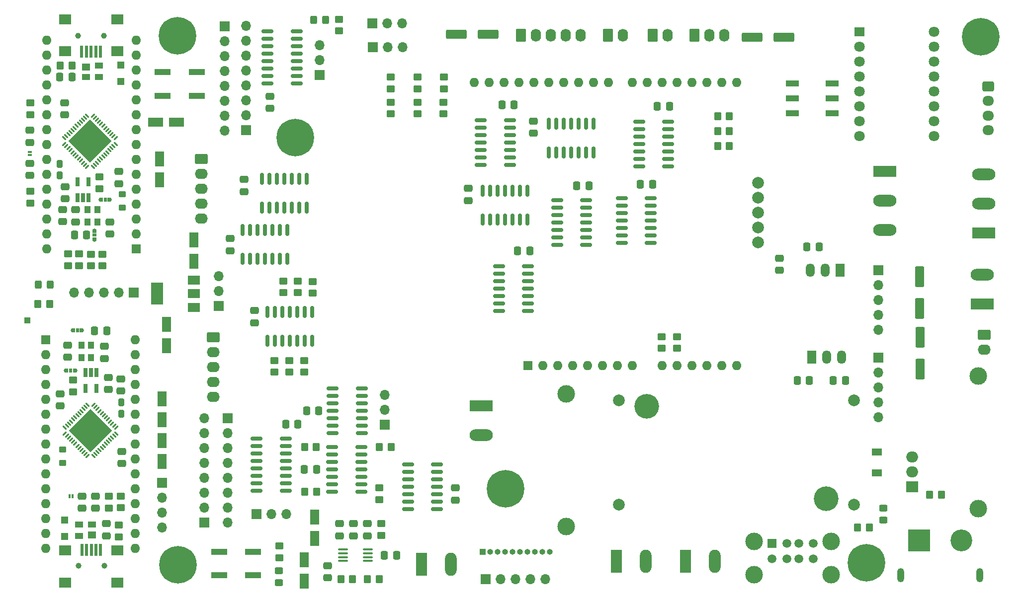
<source format=gbr>
%TF.GenerationSoftware,KiCad,Pcbnew,(6.0.0)*%
%TF.CreationDate,2022-06-20T16:18:32+01:00*%
%TF.ProjectId,RemoteLabs_supervisor_PCB,52656d6f-7465-44c6-9162-735f73757065,rev?*%
%TF.SameCoordinates,Original*%
%TF.FileFunction,Soldermask,Top*%
%TF.FilePolarity,Negative*%
%FSLAX46Y46*%
G04 Gerber Fmt 4.6, Leading zero omitted, Abs format (unit mm)*
G04 Created by KiCad (PCBNEW (6.0.0)) date 2022-06-20 16:18:32*
%MOMM*%
%LPD*%
G01*
G04 APERTURE LIST*
G04 Aperture macros list*
%AMRoundRect*
0 Rectangle with rounded corners*
0 $1 Rounding radius*
0 $2 $3 $4 $5 $6 $7 $8 $9 X,Y pos of 4 corners*
0 Add a 4 corners polygon primitive as box body*
4,1,4,$2,$3,$4,$5,$6,$7,$8,$9,$2,$3,0*
0 Add four circle primitives for the rounded corners*
1,1,$1+$1,$2,$3*
1,1,$1+$1,$4,$5*
1,1,$1+$1,$6,$7*
1,1,$1+$1,$8,$9*
0 Add four rect primitives between the rounded corners*
20,1,$1+$1,$2,$3,$4,$5,0*
20,1,$1+$1,$4,$5,$6,$7,0*
20,1,$1+$1,$6,$7,$8,$9,0*
20,1,$1+$1,$8,$9,$2,$3,0*%
%AMRotRect*
0 Rectangle, with rotation*
0 The origin of the aperture is its center*
0 $1 length*
0 $2 width*
0 $3 Rotation angle, in degrees counterclockwise*
0 Add horizontal line*
21,1,$1,$2,0,0,$3*%
%AMFreePoly0*
4,1,16,0.190500,0.378647,0.305577,0.360421,0.411221,0.306592,0.495061,0.222752,0.548890,0.117108,0.567438,0.000000,0.548890,-0.117108,0.495061,-0.222752,0.411221,-0.306592,0.305577,-0.360421,0.190500,-0.378647,0.190500,-0.380000,-0.190500,-0.380000,-0.190500,0.380000,0.190500,0.380000,0.190500,0.378647,0.190500,0.378647,$1*%
G04 Aperture macros list end*
%ADD10R,1.700000X1.700000*%
%ADD11O,1.700000X1.700000*%
%ADD12RoundRect,0.250000X-0.350000X-0.450000X0.350000X-0.450000X0.350000X0.450000X-0.350000X0.450000X0*%
%ADD13RoundRect,0.250000X-0.475000X0.337500X-0.475000X-0.337500X0.475000X-0.337500X0.475000X0.337500X0*%
%ADD14RoundRect,0.250000X-0.550000X1.050000X-0.550000X-1.050000X0.550000X-1.050000X0.550000X1.050000X0*%
%ADD15RoundRect,0.250000X0.337500X0.475000X-0.337500X0.475000X-0.337500X-0.475000X0.337500X-0.475000X0*%
%ADD16RoundRect,0.250000X-0.725000X0.600000X-0.725000X-0.600000X0.725000X-0.600000X0.725000X0.600000X0*%
%ADD17O,1.950000X1.700000*%
%ADD18RoundRect,0.250000X0.475000X-0.337500X0.475000X0.337500X-0.475000X0.337500X-0.475000X-0.337500X0*%
%ADD19C,3.000000*%
%ADD20RoundRect,0.250000X-0.550000X1.500000X-0.550000X-1.500000X0.550000X-1.500000X0.550000X1.500000X0*%
%ADD21RoundRect,0.150000X0.825000X0.150000X-0.825000X0.150000X-0.825000X-0.150000X0.825000X-0.150000X0*%
%ADD22RoundRect,0.250000X0.450000X-0.350000X0.450000X0.350000X-0.450000X0.350000X-0.450000X-0.350000X0*%
%ADD23R,1.980000X3.960000*%
%ADD24O,1.980000X3.960000*%
%ADD25RoundRect,0.250000X-0.450000X0.350000X-0.450000X-0.350000X0.450000X-0.350000X0.450000X0.350000X0*%
%ADD26FreePoly0,180.000000*%
%ADD27R,0.500000X0.762000*%
%ADD28FreePoly0,0.000000*%
%ADD29R,3.960000X1.980000*%
%ADD30O,3.960000X1.980000*%
%ADD31RoundRect,0.150000X-0.825000X-0.150000X0.825000X-0.150000X0.825000X0.150000X-0.825000X0.150000X0*%
%ADD32RoundRect,0.250000X-0.620000X-0.845000X0.620000X-0.845000X0.620000X0.845000X-0.620000X0.845000X0*%
%ADD33O,1.740000X2.190000*%
%ADD34R,1.700000X1.300000*%
%ADD35R,1.500000X2.300000*%
%ADD36O,1.500000X2.300000*%
%ADD37R,1.000000X1.000000*%
%ADD38O,1.000000X1.000000*%
%ADD39RoundRect,0.250000X-0.845000X0.620000X-0.845000X-0.620000X0.845000X-0.620000X0.845000X0.620000X0*%
%ADD40O,2.190000X1.740000*%
%ADD41RoundRect,0.150000X0.150000X-0.825000X0.150000X0.825000X-0.150000X0.825000X-0.150000X-0.825000X0*%
%ADD42R,1.100000X1.300000*%
%ADD43RoundRect,0.250000X-0.337500X-0.475000X0.337500X-0.475000X0.337500X0.475000X-0.337500X0.475000X0*%
%ADD44RoundRect,0.250000X0.350000X0.450000X-0.350000X0.450000X-0.350000X-0.450000X0.350000X-0.450000X0*%
%ADD45C,0.800000*%
%ADD46C,6.400000*%
%ADD47RoundRect,0.250000X-0.275000X0.400000X-0.275000X-0.400000X0.275000X-0.400000X0.275000X0.400000X0*%
%ADD48RoundRect,0.250000X0.550000X-1.050000X0.550000X1.050000X-0.550000X1.050000X-0.550000X-1.050000X0*%
%ADD49C,4.200000*%
%ADD50C,2.000000*%
%ADD51RoundRect,0.250000X-0.325000X-0.450000X0.325000X-0.450000X0.325000X0.450000X-0.325000X0.450000X0*%
%ADD52RoundRect,0.250000X0.275000X-0.400000X0.275000X0.400000X-0.275000X0.400000X-0.275000X-0.400000X0*%
%ADD53R,1.600000X1.600000*%
%ADD54O,1.600000X1.600000*%
%ADD55R,0.650000X1.560000*%
%ADD56RoundRect,0.250000X0.450000X-0.325000X0.450000X0.325000X-0.450000X0.325000X-0.450000X-0.325000X0*%
%ADD57RoundRect,0.250000X-1.500000X-0.550000X1.500000X-0.550000X1.500000X0.550000X-1.500000X0.550000X0*%
%ADD58R,1.400000X1.200000*%
%ADD59R,1.400000X1.000000*%
%ADD60RoundRect,0.250000X0.550000X-1.500000X0.550000X1.500000X-0.550000X1.500000X-0.550000X-1.500000X0*%
%ADD61R,2.000000X1.500000*%
%ADD62R,2.000000X3.800000*%
%ADD63C,3.716000*%
%ADD64R,3.716000X3.716000*%
%ADD65O,1.200000X2.400000*%
%ADD66RoundRect,0.100000X-0.712500X-0.100000X0.712500X-0.100000X0.712500X0.100000X-0.712500X0.100000X0*%
%ADD67R,2.800000X1.000000*%
%ADD68RoundRect,0.062500X-0.309359X0.220971X0.220971X-0.309359X0.309359X-0.220971X-0.220971X0.309359X0*%
%ADD69RoundRect,0.062500X-0.309359X-0.220971X-0.220971X-0.309359X0.309359X0.220971X0.220971X0.309359X0*%
%ADD70RotRect,5.150000X5.150000X315.000000*%
%ADD71C,1.000000*%
%ADD72R,0.500000X2.000000*%
%ADD73R,2.000000X1.700000*%
%ADD74RoundRect,0.250000X-1.050000X-0.550000X1.050000X-0.550000X1.050000X0.550000X-1.050000X0.550000X0*%
%ADD75FreePoly0,270.000000*%
%ADD76R,0.762000X0.500000*%
%ADD77FreePoly0,90.000000*%
%ADD78R,1.200000X1.200000*%
%ADD79R,2.000000X1.905000*%
%ADD80O,2.000000X1.905000*%
%ADD81RoundRect,0.250000X-0.350000X0.275000X-0.350000X-0.275000X0.350000X-0.275000X0.350000X0.275000X0*%
%ADD82RoundRect,0.062500X0.309359X-0.220971X-0.220971X0.309359X-0.309359X0.220971X0.220971X-0.309359X0*%
%ADD83RoundRect,0.062500X0.309359X0.220971X0.220971X0.309359X-0.309359X-0.220971X-0.220971X-0.309359X0*%
%ADD84RotRect,5.150000X5.150000X135.000000*%
%ADD85R,0.306000X0.692500*%
%ADD86R,0.306000X0.698500*%
%ADD87R,2.160000X1.120000*%
%ADD88R,1.500000X1.500000*%
%ADD89C,1.500000*%
%ADD90RoundRect,0.250000X0.350000X-0.275000X0.350000X0.275000X-0.350000X0.275000X-0.350000X-0.275000X0*%
%ADD91R,1.800000X1.524000*%
%ADD92C,1.800000*%
%ADD93R,0.692500X0.306000*%
%ADD94R,0.698500X0.306000*%
G04 APERTURE END LIST*
D10*
%TO.C,J20*%
X110439200Y-24942800D03*
D11*
X112979200Y-24942800D03*
X115519200Y-24942800D03*
%TD*%
D12*
%TO.C,R11*%
X169291000Y-40843200D03*
X171291000Y-40843200D03*
%TD*%
D13*
%TO.C,C16*%
X58166000Y-52810500D03*
X58166000Y-54885500D03*
%TD*%
%TO.C,C38*%
X90373200Y-73948800D03*
X90373200Y-76023800D03*
%TD*%
D14*
%TO.C,EC4*%
X74676000Y-96062800D03*
X74676000Y-99662800D03*
%TD*%
D15*
%TO.C,C28*%
X134612200Y-38862000D03*
X132537200Y-38862000D03*
%TD*%
D16*
%TO.C,J19*%
X215392000Y-35690800D03*
D17*
X215392000Y-38190800D03*
X215392000Y-40690800D03*
X215392000Y-43190800D03*
%TD*%
D18*
%TO.C,C33*%
X104851200Y-112311000D03*
X104851200Y-110236000D03*
%TD*%
D19*
%TO.C,F2*%
X143510000Y-88138000D03*
X143510000Y-110738000D03*
%TD*%
D20*
%TO.C,EC9*%
X203758800Y-78521600D03*
X203758800Y-83921600D03*
%TD*%
D21*
%TO.C,U7*%
X97572600Y-35179000D03*
X97572600Y-33909000D03*
X97572600Y-32639000D03*
X97572600Y-31369000D03*
X97572600Y-30099000D03*
X97572600Y-28829000D03*
X97572600Y-27559000D03*
X97572600Y-26289000D03*
X92622600Y-26289000D03*
X92622600Y-27559000D03*
X92622600Y-28829000D03*
X92622600Y-30099000D03*
X92622600Y-31369000D03*
X92622600Y-32639000D03*
X92622600Y-33909000D03*
X92622600Y-35179000D03*
%TD*%
D22*
%TO.C,R35*%
X111658400Y-106172000D03*
X111658400Y-104172000D03*
%TD*%
D13*
%TO.C,C18*%
X57708800Y-56692800D03*
X57708800Y-58767800D03*
%TD*%
D23*
%TO.C,J31*%
X152044400Y-116636800D03*
D24*
X157044400Y-116636800D03*
%TD*%
D25*
%TO.C,R4*%
X67665600Y-105562400D03*
X67665600Y-107562400D03*
%TD*%
D26*
%TO.C,JP6*%
X64399669Y-55067200D03*
D27*
X64973200Y-55067200D03*
D28*
X65544700Y-55067200D03*
%TD*%
D29*
%TO.C,J17*%
X197805200Y-50178600D03*
D30*
X197805200Y-55178600D03*
X197805200Y-60178600D03*
%TD*%
D10*
%TO.C,J15*%
X101498400Y-33782000D03*
D11*
X101498400Y-31242000D03*
X101498400Y-28702000D03*
%TD*%
D31*
%TO.C,U10*%
X132043400Y-66344800D03*
X132043400Y-67614800D03*
X132043400Y-68884800D03*
X132043400Y-70154800D03*
X132043400Y-71424800D03*
X132043400Y-72694800D03*
X132043400Y-73964800D03*
X136993400Y-73964800D03*
X136993400Y-72694800D03*
X136993400Y-71424800D03*
X136993400Y-70154800D03*
X136993400Y-68884800D03*
X136993400Y-67614800D03*
X136993400Y-66344800D03*
%TD*%
D32*
%TO.C,J24*%
X158242000Y-27025600D03*
D33*
X160782000Y-27025600D03*
%TD*%
D18*
%TO.C,C4*%
X65481200Y-87376000D03*
X65481200Y-85301000D03*
%TD*%
D12*
%TO.C,R32*%
X98974400Y-104851200D03*
X100974400Y-104851200D03*
%TD*%
D15*
%TO.C,C24*%
X161072600Y-39116000D03*
X158997600Y-39116000D03*
%TD*%
D34*
%TO.C,D1*%
X196392800Y-98072000D03*
X196392800Y-101572000D03*
%TD*%
D35*
%TO.C,U18*%
X190144400Y-67056000D03*
D36*
X187604400Y-67056000D03*
X185064400Y-67056000D03*
%TD*%
D13*
%TO.C,C11*%
X57302400Y-88116500D03*
X57302400Y-90191500D03*
%TD*%
D10*
%TO.C,J9*%
X74625200Y-103286400D03*
D11*
X74625200Y-105826400D03*
X74625200Y-108366400D03*
X74625200Y-110906400D03*
%TD*%
D13*
%TO.C,C40*%
X86258400Y-61671200D03*
X86258400Y-63746200D03*
%TD*%
D32*
%TO.C,J23*%
X150622000Y-26994800D03*
D33*
X153162000Y-26994800D03*
%TD*%
D10*
%TO.C,J14*%
X89001600Y-43180000D03*
D11*
X89001600Y-40640000D03*
X89001600Y-38100000D03*
X89001600Y-35560000D03*
X89001600Y-33020000D03*
X89001600Y-30480000D03*
X89001600Y-27940000D03*
X89001600Y-25400000D03*
%TD*%
D18*
%TO.C,C8*%
X67614800Y-87651500D03*
X67614800Y-85576500D03*
%TD*%
D15*
%TO.C,C10*%
X191051000Y-85852000D03*
X188976000Y-85852000D03*
%TD*%
D23*
%TO.C,J30*%
X163830000Y-116636800D03*
D24*
X168830000Y-116636800D03*
%TD*%
D37*
%TO.C,J32*%
X129250600Y-115062000D03*
D38*
X130520600Y-115062000D03*
X131790600Y-115062000D03*
X133060600Y-115062000D03*
X134330600Y-115062000D03*
X135600600Y-115062000D03*
X136870600Y-115062000D03*
X138140600Y-115062000D03*
X139410600Y-115062000D03*
X140680600Y-115062000D03*
%TD*%
D25*
%TO.C,R39*%
X104800400Y-24282400D03*
X104800400Y-26282400D03*
%TD*%
%TO.C,R21*%
X113588800Y-34153600D03*
X113588800Y-36153600D03*
%TD*%
D39*
%TO.C,J26*%
X83362800Y-78486000D03*
D40*
X83362800Y-81026000D03*
X83362800Y-83566000D03*
X83362800Y-86106000D03*
X83362800Y-88646000D03*
%TD*%
D22*
%TO.C,R27*%
X93827600Y-84434200D03*
X93827600Y-82434200D03*
%TD*%
D41*
%TO.C,U8*%
X129235200Y-58456600D03*
X130505200Y-58456600D03*
X131775200Y-58456600D03*
X133045200Y-58456600D03*
X134315200Y-58456600D03*
X135585200Y-58456600D03*
X136855200Y-58456600D03*
X136855200Y-53506600D03*
X135585200Y-53506600D03*
X134315200Y-53506600D03*
X133045200Y-53506600D03*
X131775200Y-53506600D03*
X130505200Y-53506600D03*
X129235200Y-53506600D03*
%TD*%
D31*
%TO.C,U14*%
X152980300Y-54813200D03*
X152980300Y-56083200D03*
X152980300Y-57353200D03*
X152980300Y-58623200D03*
X152980300Y-59893200D03*
X152980300Y-61163200D03*
X152980300Y-62433200D03*
X157930300Y-62433200D03*
X157930300Y-61163200D03*
X157930300Y-59893200D03*
X157930300Y-58623200D03*
X157930300Y-57353200D03*
X157930300Y-56083200D03*
X157930300Y-54813200D03*
%TD*%
D18*
%TO.C,C34*%
X102870000Y-119481600D03*
X102870000Y-117406600D03*
%TD*%
D42*
%TO.C,X2*%
X63652400Y-58826400D03*
X63652400Y-56726400D03*
X62002400Y-56726400D03*
X62002400Y-58826400D03*
%TD*%
D10*
%TO.C,J29*%
X84328000Y-73137000D03*
D11*
X84328000Y-70597000D03*
X84328000Y-68057000D03*
%TD*%
D43*
%TO.C,C12*%
X95707200Y-93319600D03*
X97782200Y-93319600D03*
%TD*%
D44*
%TO.C,R33*%
X113674400Y-97231200D03*
X111674400Y-97231200D03*
%TD*%
%TO.C,R14*%
X111645200Y-119684800D03*
X109645200Y-119684800D03*
%TD*%
D25*
%TO.C,R3*%
X65633600Y-105578400D03*
X65633600Y-107578400D03*
%TD*%
D13*
%TO.C,C1B1*%
X52171600Y-48818800D03*
X52171600Y-50893800D03*
%TD*%
D23*
%TO.C,J22*%
X118872000Y-117195600D03*
D24*
X123872000Y-117195600D03*
%TD*%
D45*
%TO.C,H5*%
X131449744Y-105989456D03*
X131449744Y-102595344D03*
X134843856Y-102595344D03*
X133146800Y-106692400D03*
D46*
X133146800Y-104292400D03*
D45*
X130746800Y-104292400D03*
X134843856Y-105989456D03*
X135546800Y-104292400D03*
X133146800Y-101892400D03*
%TD*%
D47*
%TO.C,C7*%
X67716400Y-89550600D03*
X67716400Y-91500600D03*
%TD*%
D10*
%TO.C,J21*%
X110540800Y-29057600D03*
D11*
X113080800Y-29057600D03*
X115620800Y-29057600D03*
%TD*%
D15*
%TO.C,C25*%
X137312400Y-63754000D03*
X135237400Y-63754000D03*
%TD*%
D48*
%TO.C,EC6*%
X74269600Y-51663600D03*
X74269600Y-48063600D03*
%TD*%
D49*
%TO.C,A5*%
X157251400Y-90271600D03*
X187782200Y-106019600D03*
D50*
X192506600Y-89204800D03*
X192506600Y-106984800D03*
X152501600Y-89204800D03*
X152501600Y-106984800D03*
%TD*%
D32*
%TO.C,J2*%
X165303200Y-27025600D03*
D33*
X167843200Y-27025600D03*
X170383200Y-27025600D03*
%TD*%
D25*
%TO.C,R30*%
X95300800Y-68884800D03*
X95300800Y-70884800D03*
%TD*%
D13*
%TO.C,C1A1*%
X52171600Y-43187800D03*
X52171600Y-45262800D03*
%TD*%
D25*
%TO.C,R31*%
X97815400Y-68897800D03*
X97815400Y-70897800D03*
%TD*%
D48*
%TO.C,EC3*%
X74676000Y-92579600D03*
X74676000Y-88979600D03*
%TD*%
D41*
%TO.C,U9*%
X140563600Y-47012400D03*
X141833600Y-47012400D03*
X143103600Y-47012400D03*
X144373600Y-47012400D03*
X145643600Y-47012400D03*
X146913600Y-47012400D03*
X148183600Y-47012400D03*
X148183600Y-42062400D03*
X146913600Y-42062400D03*
X145643600Y-42062400D03*
X144373600Y-42062400D03*
X143103600Y-42062400D03*
X141833600Y-42062400D03*
X140563600Y-42062400D03*
%TD*%
D18*
%TO.C,C9*%
X67767200Y-99995900D03*
X67767200Y-97920900D03*
%TD*%
D19*
%TO.C,F1*%
X213715600Y-107696000D03*
X213715600Y-85096000D03*
%TD*%
D25*
%TO.C,R40*%
X59537600Y-85801200D03*
X59537600Y-87801200D03*
%TD*%
D10*
%TO.C,J10*%
X85852000Y-92303600D03*
D11*
X85852000Y-94843600D03*
X85852000Y-97383600D03*
X85852000Y-99923600D03*
X85852000Y-102463600D03*
X85852000Y-105003600D03*
X85852000Y-107543600D03*
X85852000Y-110083600D03*
%TD*%
D13*
%TO.C,C32*%
X107238800Y-110236000D03*
X107238800Y-112311000D03*
%TD*%
D22*
%TO.C,R25*%
X64465200Y-66312800D03*
X64465200Y-64312800D03*
%TD*%
D45*
%TO.C,H1*%
X78963856Y-25430144D03*
X79666800Y-27127200D03*
X78963856Y-28824256D03*
X74866800Y-27127200D03*
X77266800Y-24727200D03*
X77266800Y-29527200D03*
D46*
X77266800Y-27127200D03*
D45*
X75569744Y-25430144D03*
X75569744Y-28824256D03*
%TD*%
D13*
%TO.C,C19*%
X58064400Y-38514200D03*
X58064400Y-40589200D03*
%TD*%
D29*
%TO.C,J16*%
X128981200Y-90148200D03*
D30*
X128981200Y-95148200D03*
%TD*%
D43*
%TO.C,C35*%
X112522000Y-115620800D03*
X114597000Y-115620800D03*
%TD*%
D15*
%TO.C,C20*%
X61815800Y-61010800D03*
X59740800Y-61010800D03*
%TD*%
D29*
%TO.C,J18*%
X214579200Y-60706000D03*
D30*
X214579200Y-55706000D03*
X214579200Y-50706000D03*
%TD*%
D10*
%TO.C,J33*%
X196646800Y-81991200D03*
D11*
X196646800Y-84531200D03*
X196646800Y-87071200D03*
X196646800Y-89611200D03*
X196646800Y-92151200D03*
%TD*%
D45*
%TO.C,H2*%
X79065456Y-115549344D03*
X79768400Y-117246400D03*
X77368400Y-119646400D03*
X77368400Y-114846400D03*
X79065456Y-118943456D03*
X75671344Y-115549344D03*
X74968400Y-117246400D03*
D46*
X77368400Y-117246400D03*
D45*
X75671344Y-118943456D03*
%TD*%
D51*
%TO.C,D9*%
X100482400Y-24384000D03*
X102532400Y-24384000D03*
%TD*%
D25*
%TO.C,R29*%
X100355400Y-68962800D03*
X100355400Y-70962800D03*
%TD*%
D12*
%TO.C,R36*%
X193106800Y-110896400D03*
X195106800Y-110896400D03*
%TD*%
D26*
%TO.C,JP3*%
X58506869Y-84175600D03*
D27*
X59080400Y-84175600D03*
D28*
X59651900Y-84175600D03*
%TD*%
D15*
%TO.C,C43*%
X100974400Y-101041200D03*
X98899400Y-101041200D03*
%TD*%
D22*
%TO.C,R24*%
X62534800Y-66312800D03*
X62534800Y-64312800D03*
%TD*%
%TO.C,R41*%
X64008000Y-53171600D03*
X64008000Y-51171600D03*
%TD*%
D52*
%TO.C,C17*%
X57251600Y-50911400D03*
X57251600Y-48961400D03*
%TD*%
D18*
%TO.C,C21*%
X67259200Y-52294700D03*
X67259200Y-50219700D03*
%TD*%
D53*
%TO.C,A2*%
X70231000Y-63432923D03*
D54*
X70231000Y-60892923D03*
X70231000Y-58352923D03*
X70231000Y-55812923D03*
X70231000Y-53272923D03*
X70231000Y-50732923D03*
X70231000Y-48192923D03*
X70231000Y-45652923D03*
X70231000Y-43112923D03*
X70231000Y-40572923D03*
X70231000Y-38032923D03*
X70231000Y-35492923D03*
X70231000Y-32952923D03*
X70231000Y-30412923D03*
X70231000Y-27872923D03*
X54991000Y-27872923D03*
X54991000Y-30412923D03*
X54991000Y-32952923D03*
X54991000Y-35492923D03*
X54991000Y-38032923D03*
X54991000Y-40572923D03*
X54991000Y-43112923D03*
X54991000Y-45652923D03*
X54991000Y-48192923D03*
X54991000Y-50732923D03*
X54991000Y-53272923D03*
X54991000Y-55812923D03*
X54991000Y-58352923D03*
X54991000Y-60892923D03*
X54991000Y-63432923D03*
%TD*%
D55*
%TO.C,U23*%
X60264000Y-54690000D03*
X61214000Y-54690000D03*
X62164000Y-54690000D03*
X62164000Y-51990000D03*
X60264000Y-51990000D03*
%TD*%
D44*
%TO.C,R6*%
X207384400Y-105359200D03*
X205384400Y-105359200D03*
%TD*%
D56*
%TO.C,D8*%
X94589600Y-120345200D03*
X94589600Y-118295200D03*
%TD*%
D22*
%TO.C,R38*%
X94640400Y-116078000D03*
X94640400Y-114078000D03*
%TD*%
%TO.C,R26*%
X96367600Y-84434200D03*
X96367600Y-82434200D03*
%TD*%
D14*
%TO.C,EC7*%
X98907600Y-116433600D03*
X98907600Y-120033600D03*
%TD*%
D13*
%TO.C,C39*%
X88595200Y-51590400D03*
X88595200Y-53665400D03*
%TD*%
D57*
%TO.C,EC10*%
X124815600Y-26822400D03*
X130215600Y-26822400D03*
%TD*%
D10*
%TO.C,J36*%
X69850000Y-70866000D03*
D11*
X67310000Y-70866000D03*
X64770000Y-70866000D03*
X62230000Y-70866000D03*
X59690000Y-70866000D03*
%TD*%
D13*
%TO.C,C29*%
X126847600Y-53100200D03*
X126847600Y-55175200D03*
%TD*%
D25*
%TO.C,R12*%
X159766000Y-78365600D03*
X159766000Y-80365600D03*
%TD*%
D58*
%TO.C,D4*%
X61722000Y-32387200D03*
D59*
X61722000Y-34107200D03*
X63922000Y-34107200D03*
X63922000Y-32207200D03*
%TD*%
D25*
%TO.C,R7*%
X67310000Y-110522000D03*
X67310000Y-112522000D03*
%TD*%
D58*
%TO.C,D3*%
X62687200Y-112166400D03*
D59*
X62687200Y-110446400D03*
X60487200Y-110446400D03*
X60487200Y-112346400D03*
%TD*%
D60*
%TO.C,EC11*%
X203708000Y-73558400D03*
X203708000Y-68158400D03*
%TD*%
D22*
%TO.C,R1*%
X52222400Y-40522400D03*
X52222400Y-38522400D03*
%TD*%
D15*
%TO.C,C42*%
X101367500Y-91033600D03*
X99292500Y-91033600D03*
%TD*%
D37*
%TO.C,J28*%
X51714400Y-75590400D03*
%TD*%
D25*
%TO.C,R18*%
X113588800Y-38404800D03*
X113588800Y-40404800D03*
%TD*%
D61*
%TO.C,U3*%
X80112400Y-73369200D03*
D62*
X73812400Y-71069200D03*
D61*
X80112400Y-71069200D03*
X80112400Y-68769200D03*
%TD*%
D18*
%TO.C,C3*%
X65176400Y-112318800D03*
X65176400Y-110243800D03*
%TD*%
D15*
%TO.C,C13*%
X59326600Y-34137600D03*
X57251600Y-34137600D03*
%TD*%
D41*
%TO.C,U22*%
X92608400Y-79116200D03*
X93878400Y-79116200D03*
X95148400Y-79116200D03*
X96418400Y-79116200D03*
X97688400Y-79116200D03*
X98958400Y-79116200D03*
X100228400Y-79116200D03*
X100228400Y-74166200D03*
X98958400Y-74166200D03*
X97688400Y-74166200D03*
X96418400Y-74166200D03*
X95148400Y-74166200D03*
X93878400Y-74166200D03*
X92608400Y-74166200D03*
%TD*%
D25*
%TO.C,R19*%
X118211600Y-34153600D03*
X118211600Y-36153600D03*
%TD*%
D12*
%TO.C,R16*%
X105105200Y-119684800D03*
X107105200Y-119684800D03*
%TD*%
D35*
%TO.C,U1*%
X185318400Y-81838800D03*
D36*
X187858400Y-81838800D03*
X190398400Y-81838800D03*
%TD*%
D55*
%TO.C,U2*%
X63520400Y-84523600D03*
X62570400Y-84523600D03*
X61620400Y-84523600D03*
X61620400Y-87223600D03*
X63520400Y-87223600D03*
%TD*%
D22*
%TO.C,R28*%
X98907600Y-84434200D03*
X98907600Y-82434200D03*
%TD*%
D13*
%TO.C,C26*%
X137871200Y-41641800D03*
X137871200Y-43716800D03*
%TD*%
D63*
%TO.C,J3*%
X210820000Y-113080800D03*
D64*
X203620000Y-113080800D03*
D65*
X200470000Y-119080800D03*
X213970000Y-119080800D03*
%TD*%
D66*
%TO.C,U19*%
X105460800Y-114676400D03*
X105460800Y-115326400D03*
X105460800Y-115976400D03*
X105460800Y-116626400D03*
X109685800Y-116626400D03*
X109685800Y-115976400D03*
X109685800Y-115326400D03*
X109685800Y-114676400D03*
%TD*%
D41*
%TO.C,U20*%
X91643200Y-56424600D03*
X92913200Y-56424600D03*
X94183200Y-56424600D03*
X95453200Y-56424600D03*
X96723200Y-56424600D03*
X97993200Y-56424600D03*
X99263200Y-56424600D03*
X99263200Y-51474600D03*
X97993200Y-51474600D03*
X96723200Y-51474600D03*
X95453200Y-51474600D03*
X94183200Y-51474600D03*
X92913200Y-51474600D03*
X91643200Y-51474600D03*
%TD*%
D13*
%TO.C,C2B1*%
X61010800Y-105562400D03*
X61010800Y-107637400D03*
%TD*%
D22*
%TO.C,R23*%
X60553600Y-66294000D03*
X60553600Y-64294000D03*
%TD*%
D39*
%TO.C,J1*%
X81330800Y-48056800D03*
D40*
X81330800Y-50596800D03*
X81330800Y-53136800D03*
X81330800Y-55676800D03*
X81330800Y-58216800D03*
%TD*%
D25*
%TO.C,R2*%
X52222400Y-53594000D03*
X52222400Y-55594000D03*
%TD*%
D67*
%TO.C,SW2*%
X84378800Y-119062000D03*
X90178800Y-119062000D03*
X90178800Y-115062000D03*
X84378800Y-115062000D03*
%TD*%
D53*
%TO.C,A1*%
X54856000Y-78868500D03*
D54*
X54856000Y-81408500D03*
X54856000Y-83948500D03*
X54856000Y-86488500D03*
X54856000Y-89028500D03*
X54856000Y-91568500D03*
X54856000Y-94108500D03*
X54856000Y-96648500D03*
X54856000Y-99188500D03*
X54856000Y-101728500D03*
X54856000Y-104268500D03*
X54856000Y-106808500D03*
X54856000Y-109348500D03*
X54856000Y-111888500D03*
X54856000Y-114428500D03*
X70096000Y-114428500D03*
X70096000Y-111888500D03*
X70096000Y-109348500D03*
X70096000Y-106808500D03*
X70096000Y-104268500D03*
X70096000Y-101728500D03*
X70096000Y-99188500D03*
X70096000Y-96648500D03*
X70096000Y-94108500D03*
X70096000Y-91568500D03*
X70096000Y-89028500D03*
X70096000Y-86488500D03*
X70096000Y-83948500D03*
X70096000Y-81408500D03*
X70096000Y-78868500D03*
%TD*%
D13*
%TO.C,C31*%
X109626400Y-110236000D03*
X109626400Y-112311000D03*
%TD*%
D68*
%TO.C,U4*%
X61995632Y-90011177D03*
X61642079Y-90364730D03*
X61288525Y-90718284D03*
X60934972Y-91071837D03*
X60581419Y-91425390D03*
X60227865Y-91778944D03*
X59874312Y-92132497D03*
X59520758Y-92486051D03*
X59167205Y-92839604D03*
X58813652Y-93193157D03*
X58460098Y-93546711D03*
X58106545Y-93900264D03*
D69*
X58106545Y-94872536D03*
X58460098Y-95226089D03*
X58813652Y-95579643D03*
X59167205Y-95933196D03*
X59520758Y-96286749D03*
X59874312Y-96640303D03*
X60227865Y-96993856D03*
X60581419Y-97347410D03*
X60934972Y-97700963D03*
X61288525Y-98054516D03*
X61642079Y-98408070D03*
X61995632Y-98761623D03*
D68*
X62967904Y-98761623D03*
X63321457Y-98408070D03*
X63675011Y-98054516D03*
X64028564Y-97700963D03*
X64382117Y-97347410D03*
X64735671Y-96993856D03*
X65089224Y-96640303D03*
X65442778Y-96286749D03*
X65796331Y-95933196D03*
X66149884Y-95579643D03*
X66503438Y-95226089D03*
X66856991Y-94872536D03*
D69*
X66856991Y-93900264D03*
X66503438Y-93546711D03*
X66149884Y-93193157D03*
X65796331Y-92839604D03*
X65442778Y-92486051D03*
X65089224Y-92132497D03*
X64735671Y-91778944D03*
X64382117Y-91425390D03*
X64028564Y-91071837D03*
X63675011Y-90718284D03*
X63321457Y-90364730D03*
X62967904Y-90011177D03*
D70*
X62481768Y-94386400D03*
%TD*%
D71*
%TO.C,J7*%
X64806000Y-117444400D03*
X60406000Y-117444400D03*
D72*
X61006000Y-114744400D03*
X61806000Y-114744400D03*
X62606000Y-114744400D03*
X63406000Y-114744400D03*
X64206000Y-114744400D03*
D73*
X58156000Y-120294400D03*
X67056000Y-120294400D03*
X58156000Y-114844400D03*
X67056000Y-114844400D03*
%TD*%
D48*
%TO.C,EC1*%
X80111600Y-65532000D03*
X80111600Y-61932000D03*
%TD*%
D53*
%TO.C,A3*%
X136956800Y-83309520D03*
D54*
X139496800Y-83309520D03*
X142036800Y-83309520D03*
X144576800Y-83309520D03*
X147116800Y-83309520D03*
X149656800Y-83309520D03*
X152196800Y-83309520D03*
X154736800Y-83309520D03*
X159816800Y-83309520D03*
X162356800Y-83309520D03*
X164896800Y-83309520D03*
X167436800Y-83309520D03*
X169976800Y-83309520D03*
X172516800Y-83309520D03*
X172516800Y-35049520D03*
X169976800Y-35049520D03*
X167436800Y-35049520D03*
X164896800Y-35049520D03*
X162356800Y-35049520D03*
X159816800Y-35049520D03*
X157276800Y-35049520D03*
X154736800Y-35049520D03*
X150676800Y-35049520D03*
X148136800Y-35049520D03*
X145596800Y-35049520D03*
X143056800Y-35049520D03*
X140516800Y-35049520D03*
X137976800Y-35049520D03*
X135436800Y-35049520D03*
X132896800Y-35049520D03*
X130356800Y-35049520D03*
X127816800Y-35049520D03*
D50*
X176199800Y-52194520D03*
X176199800Y-54734520D03*
X176199800Y-57274520D03*
X176199800Y-59814520D03*
X176199800Y-62354520D03*
%TD*%
D74*
%TO.C,EC5*%
X73558400Y-41808400D03*
X77158400Y-41808400D03*
%TD*%
D22*
%TO.C,R15*%
X112014000Y-112236000D03*
X112014000Y-110236000D03*
%TD*%
D75*
%TO.C,JP7*%
X63144400Y-61656469D03*
D76*
X63144400Y-61082938D03*
D77*
X63144400Y-60511438D03*
%TD*%
D48*
%TO.C,EC8*%
X100634800Y-112776000D03*
X100634800Y-109176000D03*
%TD*%
D42*
%TO.C,X1*%
X60935600Y-79840400D03*
X60935600Y-81940400D03*
X62585600Y-81940400D03*
X62585600Y-79840400D03*
%TD*%
D78*
%TO.C,D5*%
X67665600Y-34854800D03*
X67665600Y-32054800D03*
%TD*%
D31*
%TO.C,U12*%
X141949400Y-55118000D03*
X141949400Y-56388000D03*
X141949400Y-57658000D03*
X141949400Y-58928000D03*
X141949400Y-60198000D03*
X141949400Y-61468000D03*
X141949400Y-62738000D03*
X146899400Y-62738000D03*
X146899400Y-61468000D03*
X146899400Y-60198000D03*
X146899400Y-58928000D03*
X146899400Y-57658000D03*
X146899400Y-56388000D03*
X146899400Y-55118000D03*
%TD*%
D13*
%TO.C,C41*%
X124612400Y-104140000D03*
X124612400Y-106215000D03*
%TD*%
D79*
%TO.C,Q1*%
X202438000Y-103936800D03*
D80*
X202438000Y-101396800D03*
X202438000Y-98856800D03*
%TD*%
D32*
%TO.C,J25*%
X135788400Y-27025600D03*
D33*
X138328400Y-27025600D03*
X140868400Y-27025600D03*
X143408400Y-27025600D03*
X145948400Y-27025600D03*
%TD*%
D15*
%TO.C,C30*%
X147356600Y-52679600D03*
X145281600Y-52679600D03*
%TD*%
D81*
%TO.C,FB1*%
X57708800Y-97605200D03*
X57708800Y-99905200D03*
%TD*%
D15*
%TO.C,C6*%
X184904200Y-85852000D03*
X182829200Y-85852000D03*
%TD*%
D25*
%TO.C,R13*%
X162407600Y-78365600D03*
X162407600Y-80365600D03*
%TD*%
D41*
%TO.C,U21*%
X88417400Y-65143200D03*
X89687400Y-65143200D03*
X90957400Y-65143200D03*
X92227400Y-65143200D03*
X93497400Y-65143200D03*
X94767400Y-65143200D03*
X96037400Y-65143200D03*
X96037400Y-60193200D03*
X94767400Y-60193200D03*
X93497400Y-60193200D03*
X92227400Y-60193200D03*
X90957400Y-60193200D03*
X89687400Y-60193200D03*
X88417400Y-60193200D03*
%TD*%
D25*
%TO.C,R20*%
X118211600Y-38423600D03*
X118211600Y-40423600D03*
%TD*%
D82*
%TO.C,U6*%
X62868536Y-49434823D03*
X63222089Y-49081270D03*
X63575643Y-48727716D03*
X63929196Y-48374163D03*
X64282749Y-48020610D03*
X64636303Y-47667056D03*
X64989856Y-47313503D03*
X65343410Y-46959949D03*
X65696963Y-46606396D03*
X66050516Y-46252843D03*
X66404070Y-45899289D03*
X66757623Y-45545736D03*
D83*
X66757623Y-44573464D03*
X66404070Y-44219911D03*
X66050516Y-43866357D03*
X65696963Y-43512804D03*
X65343410Y-43159251D03*
X64989856Y-42805697D03*
X64636303Y-42452144D03*
X64282749Y-42098590D03*
X63929196Y-41745037D03*
X63575643Y-41391484D03*
X63222089Y-41037930D03*
X62868536Y-40684377D03*
D82*
X61896264Y-40684377D03*
X61542711Y-41037930D03*
X61189157Y-41391484D03*
X60835604Y-41745037D03*
X60482051Y-42098590D03*
X60128497Y-42452144D03*
X59774944Y-42805697D03*
X59421390Y-43159251D03*
X59067837Y-43512804D03*
X58714284Y-43866357D03*
X58360730Y-44219911D03*
X58007177Y-44573464D03*
D83*
X58007177Y-45545736D03*
X58360730Y-45899289D03*
X58714284Y-46252843D03*
X59067837Y-46606396D03*
X59421390Y-46959949D03*
X59774944Y-47313503D03*
X60128497Y-47667056D03*
X60482051Y-48020610D03*
X60835604Y-48374163D03*
X61189157Y-48727716D03*
X61542711Y-49081270D03*
X61896264Y-49434823D03*
D84*
X62382400Y-45059600D03*
%TD*%
D31*
%TO.C,U5*%
X90757200Y-95758000D03*
X90757200Y-97028000D03*
X90757200Y-98298000D03*
X90757200Y-99568000D03*
X90757200Y-100838000D03*
X90757200Y-102108000D03*
X90757200Y-103378000D03*
X90757200Y-104648000D03*
X95707200Y-104648000D03*
X95707200Y-103378000D03*
X95707200Y-102108000D03*
X95707200Y-100838000D03*
X95707200Y-99568000D03*
X95707200Y-98298000D03*
X95707200Y-97028000D03*
X95707200Y-95758000D03*
%TD*%
D12*
%TO.C,R9*%
X169291000Y-45923200D03*
X171291000Y-45923200D03*
%TD*%
D10*
%TO.C,J27*%
X112572800Y-93355400D03*
D11*
X112572800Y-90815400D03*
X112572800Y-88275400D03*
%TD*%
D10*
%TO.C,J11*%
X90779600Y-108610400D03*
D11*
X93319600Y-108610400D03*
X95859600Y-108610400D03*
%TD*%
D31*
%TO.C,U17*%
X103644400Y-97231200D03*
X103644400Y-98501200D03*
X103644400Y-99771200D03*
X103644400Y-101041200D03*
X103644400Y-102311200D03*
X103644400Y-103581200D03*
X103644400Y-104851200D03*
X108594400Y-104851200D03*
X108594400Y-103581200D03*
X108594400Y-102311200D03*
X108594400Y-101041200D03*
X108594400Y-99771200D03*
X108594400Y-98501200D03*
X108594400Y-97231200D03*
%TD*%
D25*
%TO.C,R17*%
X122631200Y-34153600D03*
X122631200Y-36153600D03*
%TD*%
D10*
%TO.C,J8*%
X81889600Y-110032800D03*
D11*
X81889600Y-107492800D03*
X81889600Y-104952800D03*
X81889600Y-102412800D03*
X81889600Y-99872800D03*
X81889600Y-97332800D03*
X81889600Y-94792800D03*
X81889600Y-92252800D03*
%TD*%
D45*
%TO.C,H6*%
X196362656Y-118638656D03*
X192968544Y-118638656D03*
X196362656Y-115244544D03*
D46*
X194665600Y-116941600D03*
D45*
X194665600Y-114541600D03*
X197065600Y-116941600D03*
X192265600Y-116941600D03*
X192968544Y-115244544D03*
X194665600Y-119341600D03*
%TD*%
D85*
%TO.C,JP10*%
X58928000Y-105613200D03*
D86*
X59436000Y-105613200D03*
%TD*%
D87*
%TO.C,SW1*%
X182042800Y-35255200D03*
X182042800Y-37795200D03*
X182042800Y-40335200D03*
X188772800Y-40335200D03*
X188772800Y-37795200D03*
X188772800Y-35255200D03*
%TD*%
D56*
%TO.C,D6*%
X197510400Y-109644400D03*
X197510400Y-107594400D03*
%TD*%
D45*
%TO.C,H3*%
X215819056Y-28976656D03*
X216522000Y-27279600D03*
D46*
X214122000Y-27279600D03*
D45*
X215819056Y-25582544D03*
X212424944Y-25582544D03*
X214122000Y-29679600D03*
X212424944Y-28976656D03*
X214122000Y-24879600D03*
X211722000Y-27279600D03*
%TD*%
D10*
%TO.C,J34*%
X196646800Y-67061000D03*
D11*
X196646800Y-69601000D03*
X196646800Y-72141000D03*
X196646800Y-74681000D03*
X196646800Y-77221000D03*
%TD*%
D12*
%TO.C,R34*%
X98936900Y-97231200D03*
X100936900Y-97231200D03*
%TD*%
D51*
%TO.C,D7*%
X53576000Y-69469000D03*
X55626000Y-69469000D03*
%TD*%
D31*
%TO.C,U16*%
X103718500Y-87223600D03*
X103718500Y-88493600D03*
X103718500Y-89763600D03*
X103718500Y-91033600D03*
X103718500Y-92303600D03*
X103718500Y-93573600D03*
X103718500Y-94843600D03*
X108668500Y-94843600D03*
X108668500Y-93573600D03*
X108668500Y-92303600D03*
X108668500Y-91033600D03*
X108668500Y-89763600D03*
X108668500Y-88493600D03*
X108668500Y-87223600D03*
%TD*%
D10*
%TO.C,J35*%
X129748200Y-119735600D03*
D11*
X132288200Y-119735600D03*
X134828200Y-119735600D03*
X137368200Y-119735600D03*
X139908200Y-119735600D03*
%TD*%
D18*
%TO.C,C2*%
X179832000Y-67056000D03*
X179832000Y-64981000D03*
%TD*%
D39*
%TO.C,J4*%
X214731600Y-78079600D03*
D40*
X214731600Y-80619600D03*
%TD*%
D31*
%TO.C,U11*%
X128944600Y-41452800D03*
X128944600Y-42722800D03*
X128944600Y-43992800D03*
X128944600Y-45262800D03*
X128944600Y-46532800D03*
X128944600Y-47802800D03*
X128944600Y-49072800D03*
X133894600Y-49072800D03*
X133894600Y-47802800D03*
X133894600Y-46532800D03*
X133894600Y-45262800D03*
X133894600Y-43992800D03*
X133894600Y-42722800D03*
X133894600Y-41452800D03*
%TD*%
D22*
%TO.C,R22*%
X58623200Y-66278000D03*
X58623200Y-64278000D03*
%TD*%
D67*
%TO.C,SW3*%
X74773200Y-33306000D03*
X80573200Y-33306000D03*
X80573200Y-37306000D03*
X74773200Y-37306000D03*
%TD*%
D57*
%TO.C,EC12*%
X175143200Y-27381200D03*
X180543200Y-27381200D03*
%TD*%
D13*
%TO.C,C22*%
X93014800Y-37388800D03*
X93014800Y-39463800D03*
%TD*%
D88*
%TO.C,J5*%
X178584000Y-113643600D03*
D89*
X181084000Y-113643600D03*
X183084000Y-113643600D03*
X185584000Y-113643600D03*
X178584000Y-116263600D03*
X181084000Y-116263600D03*
X183084000Y-116263600D03*
X185584000Y-116263600D03*
D19*
X188654000Y-118973600D03*
X188654000Y-113293600D03*
X175514000Y-118973600D03*
X175514000Y-113293600D03*
%TD*%
D29*
%TO.C,J6*%
X214376000Y-72847200D03*
D30*
X214376000Y-67847200D03*
%TD*%
D31*
%TO.C,U13*%
X155919400Y-41706800D03*
X155919400Y-42976800D03*
X155919400Y-44246800D03*
X155919400Y-45516800D03*
X155919400Y-46786800D03*
X155919400Y-48056800D03*
X155919400Y-49326800D03*
X160869400Y-49326800D03*
X160869400Y-48056800D03*
X160869400Y-46786800D03*
X160869400Y-45516800D03*
X160869400Y-44246800D03*
X160869400Y-42976800D03*
X160869400Y-41706800D03*
%TD*%
D21*
%TO.C,U15*%
X121513600Y-107797600D03*
X121513600Y-106527600D03*
X121513600Y-105257600D03*
X121513600Y-103987600D03*
X121513600Y-102717600D03*
X121513600Y-101447600D03*
X121513600Y-100177600D03*
X116563600Y-100177600D03*
X116563600Y-101447600D03*
X116563600Y-102717600D03*
X116563600Y-103987600D03*
X116563600Y-105257600D03*
X116563600Y-106527600D03*
X116563600Y-107797600D03*
%TD*%
D13*
%TO.C,C23*%
X65735200Y-58826400D03*
X65735200Y-60901400D03*
%TD*%
D45*
%TO.C,H4*%
X99783600Y-44450000D03*
X97383600Y-42050000D03*
X99080656Y-42752944D03*
X97383600Y-46850000D03*
D46*
X97383600Y-44450000D03*
D45*
X99080656Y-46147056D03*
X95686544Y-42752944D03*
X95686544Y-46147056D03*
X94983600Y-44450000D03*
%TD*%
D28*
%TO.C,JP4*%
X60807600Y-77266800D03*
D27*
X60234069Y-77266800D03*
D26*
X59662569Y-77266800D03*
%TD*%
D18*
%TO.C,C2A1*%
X63347600Y-107637400D03*
X63347600Y-105562400D03*
%TD*%
D71*
%TO.C,J13*%
X60365200Y-27132400D03*
X64765200Y-27132400D03*
D72*
X64165200Y-29832400D03*
X63365200Y-29832400D03*
X62565200Y-29832400D03*
X61765200Y-29832400D03*
X60965200Y-29832400D03*
D73*
X58115200Y-29732400D03*
X67015200Y-24282400D03*
X58115200Y-24282400D03*
X67015200Y-29732400D03*
%TD*%
D15*
%TO.C,C27*%
X158227800Y-52374800D03*
X156152800Y-52374800D03*
%TD*%
D18*
%TO.C,C15*%
X64871600Y-82085000D03*
X64871600Y-80010000D03*
%TD*%
D14*
%TO.C,EC2*%
X75438000Y-76301600D03*
X75438000Y-79901600D03*
%TD*%
D78*
%TO.C,D2*%
X58064400Y-109620400D03*
X58064400Y-112420400D03*
%TD*%
D90*
%TO.C,FB2*%
X67919600Y-56402000D03*
X67919600Y-54102000D03*
%TD*%
D13*
%TO.C,C14*%
X58572400Y-79806800D03*
X58572400Y-81881800D03*
%TD*%
D10*
%TO.C,J12*%
X85293200Y-25450800D03*
D11*
X85293200Y-27990800D03*
X85293200Y-30530800D03*
X85293200Y-33070800D03*
X85293200Y-35610800D03*
X85293200Y-38150800D03*
X85293200Y-40690800D03*
X85293200Y-43230800D03*
%TD*%
D22*
%TO.C,R5*%
X122625530Y-40420677D03*
X122625530Y-38420677D03*
%TD*%
D12*
%TO.C,R8*%
X57318400Y-32156400D03*
X59318400Y-32156400D03*
%TD*%
D44*
%TO.C,R37*%
X55499000Y-72771000D03*
X53499000Y-72771000D03*
%TD*%
D91*
%TO.C,A4*%
X193446400Y-26416000D03*
D92*
X193446400Y-28956000D03*
X193446400Y-31496000D03*
X193446400Y-34036000D03*
X193446400Y-36576000D03*
X193446400Y-39116000D03*
X193446400Y-41656000D03*
X193446400Y-44196000D03*
X206146400Y-44196000D03*
X206146400Y-41656000D03*
X206146400Y-39116000D03*
X206146400Y-36576000D03*
X206146400Y-34036000D03*
X206146400Y-31496000D03*
X206146400Y-28956000D03*
X206146400Y-26416000D03*
%TD*%
D15*
%TO.C,C1*%
X186580600Y-63042800D03*
X184505600Y-63042800D03*
%TD*%
D93*
%TO.C,JP9*%
X52171600Y-46888400D03*
D94*
X52171600Y-47396400D03*
%TD*%
D43*
%TO.C,C5*%
X63152200Y-77419200D03*
X65227200Y-77419200D03*
%TD*%
D12*
%TO.C,R10*%
X169291000Y-43383200D03*
X171291000Y-43383200D03*
%TD*%
D13*
%TO.C,C36*%
X59893200Y-56751400D03*
X59893200Y-58826400D03*
%TD*%
M02*

</source>
